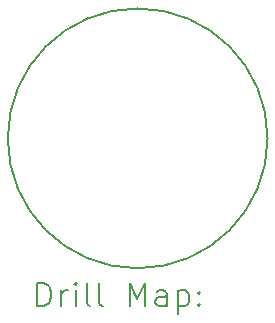
<source format=gbr>
%TF.GenerationSoftware,KiCad,Pcbnew,8.0.1*%
%TF.CreationDate,2024-09-25T11:56:57+02:00*%
%TF.ProjectId,dot_projector,646f745f-7072-46f6-9a65-63746f722e6b,rev?*%
%TF.SameCoordinates,Original*%
%TF.FileFunction,Drillmap*%
%TF.FilePolarity,Positive*%
%FSLAX45Y45*%
G04 Gerber Fmt 4.5, Leading zero omitted, Abs format (unit mm)*
G04 Created by KiCad (PCBNEW 8.0.1) date 2024-09-25 11:56:57*
%MOMM*%
%LPD*%
G01*
G04 APERTURE LIST*
%ADD10C,0.200000*%
G04 APERTURE END LIST*
D10*
X14517000Y-6196000D02*
G75*
G02*
X12317000Y-6196000I-1100000J0D01*
G01*
X12317000Y-6196000D02*
G75*
G02*
X14517000Y-6196000I1100000J0D01*
G01*
X12567777Y-7617484D02*
X12567777Y-7417484D01*
X12567777Y-7417484D02*
X12615396Y-7417484D01*
X12615396Y-7417484D02*
X12643967Y-7427008D01*
X12643967Y-7427008D02*
X12663015Y-7446055D01*
X12663015Y-7446055D02*
X12672539Y-7465103D01*
X12672539Y-7465103D02*
X12682062Y-7503198D01*
X12682062Y-7503198D02*
X12682062Y-7531769D01*
X12682062Y-7531769D02*
X12672539Y-7569865D01*
X12672539Y-7569865D02*
X12663015Y-7588912D01*
X12663015Y-7588912D02*
X12643967Y-7607960D01*
X12643967Y-7607960D02*
X12615396Y-7617484D01*
X12615396Y-7617484D02*
X12567777Y-7617484D01*
X12767777Y-7617484D02*
X12767777Y-7484150D01*
X12767777Y-7522246D02*
X12777301Y-7503198D01*
X12777301Y-7503198D02*
X12786824Y-7493674D01*
X12786824Y-7493674D02*
X12805872Y-7484150D01*
X12805872Y-7484150D02*
X12824920Y-7484150D01*
X12891586Y-7617484D02*
X12891586Y-7484150D01*
X12891586Y-7417484D02*
X12882062Y-7427008D01*
X12882062Y-7427008D02*
X12891586Y-7436531D01*
X12891586Y-7436531D02*
X12901110Y-7427008D01*
X12901110Y-7427008D02*
X12891586Y-7417484D01*
X12891586Y-7417484D02*
X12891586Y-7436531D01*
X13015396Y-7617484D02*
X12996348Y-7607960D01*
X12996348Y-7607960D02*
X12986824Y-7588912D01*
X12986824Y-7588912D02*
X12986824Y-7417484D01*
X13120158Y-7617484D02*
X13101110Y-7607960D01*
X13101110Y-7607960D02*
X13091586Y-7588912D01*
X13091586Y-7588912D02*
X13091586Y-7417484D01*
X13348729Y-7617484D02*
X13348729Y-7417484D01*
X13348729Y-7417484D02*
X13415396Y-7560341D01*
X13415396Y-7560341D02*
X13482062Y-7417484D01*
X13482062Y-7417484D02*
X13482062Y-7617484D01*
X13663015Y-7617484D02*
X13663015Y-7512722D01*
X13663015Y-7512722D02*
X13653491Y-7493674D01*
X13653491Y-7493674D02*
X13634443Y-7484150D01*
X13634443Y-7484150D02*
X13596348Y-7484150D01*
X13596348Y-7484150D02*
X13577301Y-7493674D01*
X13663015Y-7607960D02*
X13643967Y-7617484D01*
X13643967Y-7617484D02*
X13596348Y-7617484D01*
X13596348Y-7617484D02*
X13577301Y-7607960D01*
X13577301Y-7607960D02*
X13567777Y-7588912D01*
X13567777Y-7588912D02*
X13567777Y-7569865D01*
X13567777Y-7569865D02*
X13577301Y-7550817D01*
X13577301Y-7550817D02*
X13596348Y-7541293D01*
X13596348Y-7541293D02*
X13643967Y-7541293D01*
X13643967Y-7541293D02*
X13663015Y-7531769D01*
X13758253Y-7484150D02*
X13758253Y-7684150D01*
X13758253Y-7493674D02*
X13777301Y-7484150D01*
X13777301Y-7484150D02*
X13815396Y-7484150D01*
X13815396Y-7484150D02*
X13834443Y-7493674D01*
X13834443Y-7493674D02*
X13843967Y-7503198D01*
X13843967Y-7503198D02*
X13853491Y-7522246D01*
X13853491Y-7522246D02*
X13853491Y-7579388D01*
X13853491Y-7579388D02*
X13843967Y-7598436D01*
X13843967Y-7598436D02*
X13834443Y-7607960D01*
X13834443Y-7607960D02*
X13815396Y-7617484D01*
X13815396Y-7617484D02*
X13777301Y-7617484D01*
X13777301Y-7617484D02*
X13758253Y-7607960D01*
X13939205Y-7598436D02*
X13948729Y-7607960D01*
X13948729Y-7607960D02*
X13939205Y-7617484D01*
X13939205Y-7617484D02*
X13929682Y-7607960D01*
X13929682Y-7607960D02*
X13939205Y-7598436D01*
X13939205Y-7598436D02*
X13939205Y-7617484D01*
X13939205Y-7493674D02*
X13948729Y-7503198D01*
X13948729Y-7503198D02*
X13939205Y-7512722D01*
X13939205Y-7512722D02*
X13929682Y-7503198D01*
X13929682Y-7503198D02*
X13939205Y-7493674D01*
X13939205Y-7493674D02*
X13939205Y-7512722D01*
M02*

</source>
